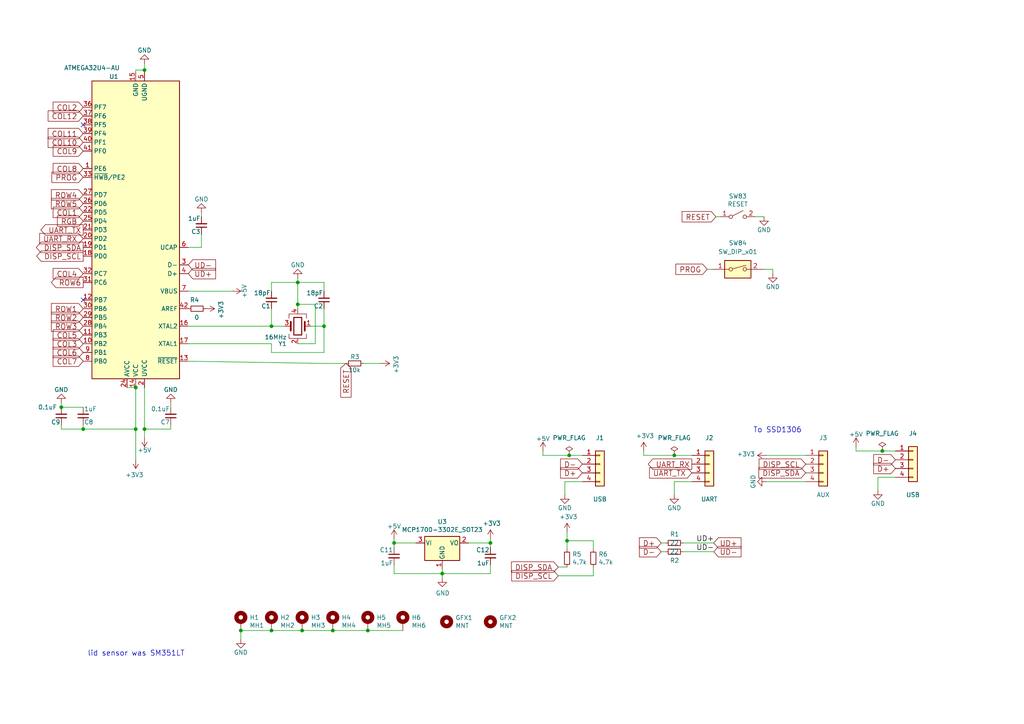
<source format=kicad_sch>
(kicad_sch (version 20211123) (generator eeschema)
  (paper "A4")
  (title_block (title "MNT Reform 2 Keyboard - ergo remix") (date "2022-2-22") (rev "1-ergo") (company "Copyright 2017-2020 MNT Research GmbH and milestogo") (comment 1 "https://mntre.com") (comment 2 "Original Engineer: Lukas F. Hartmann") (comment 3 "License: CERN-OHL-S 2.0") (comment 4 "remix at https://github.com/milestogo/reform"))
  (lib_symbols
    (symbol "Connector_Generic:Conn_01x04" (pin_names (offset 1.016) hide)
      (property "Reference" "J" (at 0 5.08 0))
      (property "Value" "Conn_01x04" (at 0 -7.62 0))
      (symbol "Conn_01x04_1_1"
        (rectangle (start -1.27 -4.953) (end 0 -5.207) (stroke (width 0.1524)))
        (rectangle (start -1.27 -2.413) (end 0 -2.667) (stroke (width 0.1524)))
        (rectangle (start -1.27 0.127) (end 0 -0.127) (stroke (width 0.1524)))
        (rectangle (start -1.27 2.667) (end 0 2.413) (stroke (width 0.1524)))
        (rectangle (start -1.27 3.81) (end 1.27 -6.35) (stroke (width 0.254)) (fill (type background)))
        (pin passive line (at -5.08 2.54 0) (length 3.81) (name "Pin_1") (number "1"))
        (pin passive line (at -5.08 0 0) (length 3.81) (name "Pin_2") (number "2"))
        (pin passive line (at -5.08 -2.54 0) (length 3.81) (name "Pin_3") (number "3"))
        (pin passive line (at -5.08 -5.08 0) (length 3.81) (name "Pin_4") (number "4"))
      )
    )
    (symbol "power:+3V3" (power) (pin_names (offset 0))
      (property "Value" "+3V3" (at 0 3.556 0))
      (symbol "+3V3_0_1"
        (polyline (pts (xy -0.762 1.27) (xy 0 2.54)))
        (polyline (pts (xy 0 0) (xy 0 2.54)))
        (polyline (pts (xy 0 2.54) (xy 0.762 1.27)))
      )
      (symbol "+3V3_1_1"
        (pin power_in line (at 0 0 90) (length 0) hide (name "+3V3") (number "1"))
      )
    )
    (symbol "power:+5V" (power) (pin_names (offset 0))
      (property "Value" "+5V" (at 0 3.556 0))
      (symbol "+5V_0_1"
        (polyline (pts (xy -0.762 1.27) (xy 0 2.54)))
        (polyline (pts (xy 0 0) (xy 0 2.54)))
        (polyline (pts (xy 0 2.54) (xy 0.762 1.27)))
      )
      (symbol "+5V_1_1"
        (pin power_in line (at 0 0 90) (length 0) hide (name "+5V") (number "1"))
      )
    )
    (symbol "power:GND" (power) (pin_names (offset 0))
      (property "Value" "GND" (at 0 -3.81 0))
      (symbol "GND_0_1"
        (polyline (pts (xy 0 0) (xy 0 -1.27) (xy 1.27 -1.27) (xy 0 -2.54) (xy -1.27 -1.27) (xy 0 -1.27)))
      )
      (symbol "GND_1_1"
        (pin power_in line (at 0 0 270) (length 0) hide (name "GND") (number "1"))
      )
    )
    (symbol "power:PWR_FLAG" (power) (pin_numbers hide) (pin_names (offset 0) hide)
      (property "Value" "PWR_FLAG" (at 0 3.81 0))
      (symbol "PWR_FLAG_0_0"
        (pin power_out line (at 0 0 90) (length 0) (name "pwr") (number "1"))
      )
      (symbol "PWR_FLAG_0_1"
        (polyline (pts (xy 0 0) (xy 0 1.27) (xy -1.016 1.905) (xy 0 2.54) (xy 1.016 1.905) (xy 0 1.27)))
      )
    )
    (symbol "reform2-keyboard-rescue:ATmega32U4-AU-MCU_Microchip_ATmega"
      (property "Reference" "U" (at -12.7 44.45 0))
      (property "Value" "ATmega32U4-AU-MCU_Microchip_ATmega" (at 2.54 -44.45 0))
      (symbol "ATmega32U4-AU-MCU_Microchip_ATmega_0_1"
        (rectangle (start -12.7 -43.18) (end 12.7 43.18) (stroke (width 0.254)) (fill (type background)))
      )
      (symbol "ATmega32U4-AU-MCU_Microchip_ATmega_1_1"
        (pin tri_state line (at 15.24 -17.78 180) (length 2.54) (name "PE6") (number "1"))
        (pin tri_state line (at 15.24 33.02 180) (length 2.54) (name "PB2") (number "10"))
        (pin tri_state line (at 15.24 30.48 180) (length 2.54) (name "PB3") (number "11"))
        (pin tri_state line (at 15.24 20.32 180) (length 2.54) (name "PB7") (number "12"))
        (pin input line (at -15.24 38.1 0) (length 2.54) (name "~{RESET}") (number "13"))
        (pin power_in line (at 0 45.72 270) (length 2.54) (name "VCC") (number "14"))
        (pin power_in line (at 0 -45.72 90) (length 2.54) (name "GND") (number "15"))
        (pin output line (at -15.24 27.94 0) (length 2.54) (name "XTAL2") (number "16"))
        (pin input line (at -15.24 33.02 0) (length 2.54) (name "XTAL1") (number "17"))
        (pin tri_state line (at 15.24 7.62 180) (length 2.54) (name "PD0") (number "18"))
        (pin tri_state line (at 15.24 5.08 180) (length 2.54) (name "PD1") (number "19"))
        (pin power_in line (at -2.54 45.72 270) (length 2.54) (name "UVCC") (number "2"))
        (pin tri_state line (at 15.24 2.54 180) (length 2.54) (name "PD2") (number "20"))
        (pin tri_state line (at 15.24 0 180) (length 2.54) (name "PD3") (number "21"))
        (pin tri_state line (at 15.24 -5.08 180) (length 2.54) (name "PD5") (number "22"))
        (pin passive line (at 0 -45.72 90) (length 2.54) hide (name "GND") (number "23"))
        (pin power_in line (at 2.54 45.72 270) (length 2.54) (name "AVCC") (number "24"))
        (pin tri_state line (at 15.24 -2.54 180) (length 2.54) (name "PD4") (number "25"))
        (pin tri_state line (at 15.24 -7.62 180) (length 2.54) (name "PD6") (number "26"))
        (pin tri_state line (at 15.24 -10.16 180) (length 2.54) (name "PD7") (number "27"))
        (pin tri_state line (at 15.24 27.94 180) (length 2.54) (name "PB4") (number "28"))
        (pin tri_state line (at 15.24 25.4 180) (length 2.54) (name "PB5") (number "29"))
        (pin bidirectional line (at -15.24 10.16 0) (length 2.54) (name "D-") (number "3"))
        (pin tri_state line (at 15.24 22.86 180) (length 2.54) (name "PB6") (number "30"))
        (pin tri_state line (at 15.24 15.24 180) (length 2.54) (name "PC6") (number "31"))
        (pin tri_state line (at 15.24 12.7 180) (length 2.54) (name "PC7") (number "32"))
        (pin tri_state line (at 15.24 -15.24 180) (length 2.54) (name "~{HWB}/PE2") (number "33"))
        (pin passive line (at 0 45.72 270) (length 2.54) hide (name "VCC") (number "34"))
        (pin passive line (at 0 -45.72 90) (length 2.54) hide (name "GND") (number "35"))
        (pin tri_state line (at 15.24 -35.56 180) (length 2.54) (name "PF7") (number "36"))
        (pin tri_state line (at 15.24 -33.02 180) (length 2.54) (name "PF6") (number "37"))
        (pin tri_state line (at 15.24 -30.48 180) (length 2.54) (name "PF5") (number "38"))
        (pin tri_state line (at 15.24 -27.94 180) (length 2.54) (name "PF4") (number "39"))
        (pin bidirectional line (at -15.24 12.7 0) (length 2.54) (name "D+") (number "4"))
        (pin tri_state line (at 15.24 -25.4 180) (length 2.54) (name "PF1") (number "40"))
        (pin tri_state line (at 15.24 -22.86 180) (length 2.54) (name "PF0") (number "41"))
        (pin passive line (at -15.24 22.86 0) (length 2.54) (name "AREF") (number "42"))
        (pin passive line (at 0 -45.72 90) (length 2.54) hide (name "GND") (number "43"))
        (pin passive line (at 2.54 45.72 270) (length 2.54) hide (name "AVCC") (number "44"))
        (pin passive line (at -2.54 -45.72 90) (length 2.54) (name "UGND") (number "5"))
        (pin passive line (at -15.24 5.08 0) (length 2.54) (name "UCAP") (number "6"))
        (pin input line (at -15.24 17.78 0) (length 2.54) (name "VBUS") (number "7"))
        (pin tri_state line (at 15.24 38.1 180) (length 2.54) (name "PB0") (number "8"))
        (pin tri_state line (at 15.24 35.56 180) (length 2.54) (name "PB1") (number "9"))
      )
    )
    (symbol "reform2-keyboard-rescue:C_Small-Device" (pin_numbers hide) (pin_names (offset 0.254) hide)
      (property "Reference" "C" (at 0.254 1.778 0))
      (property "Value" "C_Small-Device" (at 0.254 -2.032 0))
      (symbol "C_Small-Device_0_1"
        (polyline (pts (xy -1.524 -0.508) (xy 1.524 -0.508)) (stroke (width 0.3302)))
        (polyline (pts (xy -1.524 0.508) (xy 1.524 0.508)) (stroke (width 0.3048)))
      )
      (symbol "C_Small-Device_1_1"
        (pin passive line (at 0 2.54 270) (length 2.032) (name "~") (number "1"))
        (pin passive line (at 0 -2.54 90) (length 2.032) (name "~") (number "2"))
      )
    )
    (symbol "reform2-keyboard-rescue:Crystal_GND24-Device" (pin_names (offset 1.016) hide)
      (property "Reference" "Y" (at 3.175 5.08 0))
      (property "Value" "Crystal_GND24-Device" (at 3.175 3.175 0))
      (symbol "Crystal_GND24-Device_0_1"
        (rectangle (start -1.143 2.54) (end 1.143 -2.54) (stroke (width 0.3048)))
        (polyline (pts (xy -2.54 0) (xy -2.032 0)))
        (polyline (pts (xy -2.032 -1.27) (xy -2.032 1.27)) (stroke (width 0.508)))
        (polyline (pts (xy 0 -3.81) (xy 0 -3.556)))
        (polyline (pts (xy 0 3.556) (xy 0 3.81)))
        (polyline (pts (xy 2.032 -1.27) (xy 2.032 1.27)) (stroke (width 0.508)))
        (polyline (pts (xy 2.032 0) (xy 2.54 0)))
        (polyline (pts (xy -2.54 -2.286) (xy -2.54 -3.556) (xy 2.54 -3.556) (xy 2.54 -2.286)))
        (polyline (pts (xy -2.54 2.286) (xy -2.54 3.556) (xy 2.54 3.556) (xy 2.54 2.286)))
      )
      (symbol "Crystal_GND24-Device_1_1"
        (pin passive line (at -3.81 0 0) (length 1.27) (name "1") (number "1"))
        (pin passive line (at 0 5.08 270) (length 1.27) (name "2") (number "2"))
        (pin passive line (at 3.81 0 180) (length 1.27) (name "3") (number "3"))
        (pin passive line (at 0 -5.08 90) (length 1.27) (name "4") (number "4"))
      )
    )
    (symbol "reform2-keyboard-rescue:MCP1700-3302E_SOT23-Regulator_Linear" (pin_names (offset 0.254))
      (property "Reference" "U" (at -3.81 3.175 0))
      (property "Value" "MCP1700-3302E_SOT23-Regulator_Linear" (at 0 3.175 0))
      (symbol "MCP1700-3302E_SOT23-Regulator_Linear_0_1"
        (rectangle (start -5.08 1.905) (end 5.08 -5.08) (stroke (width 0.254)) (fill (type background)))
      )
      (symbol "MCP1700-3302E_SOT23-Regulator_Linear_1_1"
        (pin power_in line (at 0 -7.62 90) (length 2.54) (name "GND") (number "1"))
        (pin power_out line (at 7.62 0 180) (length 2.54) (name "VO") (number "2"))
        (pin power_in line (at -7.62 0 0) (length 2.54) (name "VI") (number "3"))
      )
    )
    (symbol "reform2-keyboard-rescue:MountingHole-Mechanical" (pin_names (offset 1.016))
      (property "Reference" "H" (at 0 5.08 0))
      (property "Value" "MountingHole-Mechanical" (at 0 3.175 0))
      (symbol "MountingHole-Mechanical_0_1"
        (circle (center 0 0) (radius 1.27) (stroke (width 1.27)))
      )
    )
    (symbol "reform2-keyboard-rescue:MountingHole_Pad-Mechanical" (pin_numbers hide) (pin_names (offset 1.016) hide)
      (property "Reference" "H" (at 0 6.35 0))
      (property "Value" "MountingHole_Pad-Mechanical" (at 0 4.445 0))
      (symbol "MountingHole_Pad-Mechanical_0_1"
        (circle (center 0 1.27) (radius 1.27) (stroke (width 1.27)))
      )
      (symbol "MountingHole_Pad-Mechanical_1_1"
        (pin input line (at 0 -2.54 90) (length 2.54) (name "1") (number "1"))
      )
    )
    (symbol "reform2-keyboard-rescue:R_Small-Device" (pin_numbers hide) (pin_names (offset 0.254) hide)
      (property "Reference" "R" (at 0.762 0.508 0))
      (property "Value" "R_Small-Device" (at 0.762 -1.016 0))
      (symbol "R_Small-Device_0_1"
        (rectangle (start -0.762 1.778) (end 0.762 -1.778) (stroke (width 0.2032)))
      )
      (symbol "R_Small-Device_1_1"
        (pin passive line (at 0 2.54 270) (length 0.762) (name "~") (number "1"))
        (pin passive line (at 0 -2.54 90) (length 0.762) (name "~") (number "2"))
      )
    )
    (symbol "reform2-keyboard-rescue:SW_DIP_x01-Switch" (pin_names (offset 0) hide)
      (property "Reference" "SW" (at 0 3.81 0))
      (property "Value" "SW_DIP_x01-Switch" (at 0 -3.81 0))
      (symbol "SW_DIP_x01-Switch_0_0"
        (circle (center -2.032 0) (radius 0.508))
        (polyline (pts (xy -1.524 0.127) (xy 2.3622 1.1684)))
        (circle (center 2.032 0) (radius 0.508))
      )
      (symbol "SW_DIP_x01-Switch_0_1"
        (rectangle (start -3.81 2.54) (end 3.81 -2.54) (stroke (width 0.254)) (fill (type background)))
      )
      (symbol "SW_DIP_x01-Switch_1_1"
        (pin passive line (at -7.62 0 0) (length 5.08) (name "~") (number "1"))
        (pin passive line (at 7.62 0 180) (length 5.08) (name "~") (number "2"))
      )
    )
    (symbol "reform2-keyboard-rescue:SW_SPST-Switch" (pin_names (offset 0) hide)
      (property "Reference" "SW" (at 0 3.175 0))
      (property "Value" "SW_SPST-Switch" (at 0 -2.54 0))
      (symbol "SW_SPST-Switch_0_0"
        (circle (center -2.032 0) (radius 0.508))
        (polyline (pts (xy -1.524 0.254) (xy 1.524 1.778)))
        (circle (center 2.032 0) (radius 0.508))
      )
      (symbol "SW_SPST-Switch_1_1"
        (pin passive line (at -5.08 0 0) (length 2.54) (name "A") (number "1"))
        (pin passive line (at 5.08 0 180) (length 2.54) (name "B") (number "2"))
      )
    )
  )
  (junction (at 41.91 20.32))
  (junction (at 69.85 182.88))
  (junction (at 86.36 81.915))
  (junction (at 164.465 156.845))
  (junction (at 87.63 182.88))
  (junction (at 142.24 157.48))
  (junction (at 96.52 182.88))
  (junction (at 255.905 130.81))
  (junction (at 39.37 124.46))
  (junction (at 93.98 94.615))
  (junction (at 128.27 166.37))
  (junction (at 86.36 88.265))
  (junction (at 17.78 118.11))
  (junction (at 195.58 132.08))
  (junction (at 39.37 112.395))
  (junction (at 24.13 124.46))
  (junction (at 106.68 182.88))
  (junction (at 165.1 132.08))
  (junction (at 41.91 124.46))
  (junction (at 114.3 157.48))
  (junction (at 78.74 182.88))
  (junction (at 78.74 94.615))
  (no_connect (at 24.13 36.195))
  (no_connect (at 24.13 86.995))
  (wire (pts (xy 255.905 130.81) (xy 259.715 130.81)))
  (wire (pts (xy 58.42 71.755) (xy 54.61 71.755)))
  (wire (pts (xy 161.925 164.465) (xy 164.465 164.465)))
  (wire (pts (xy 78.74 94.615) (xy 54.61 94.615)))
  (wire (pts (xy 195.58 132.08) (xy 200.66 132.08)))
  (wire (pts (xy 78.74 99.695) (xy 54.61 99.695)))
  (wire (pts (xy 91.44 99.695) (xy 91.44 88.265)))
  (wire (pts (xy 93.98 102.235) (xy 93.98 94.615)))
  (wire (pts (xy 198.12 157.48) (xy 207.01 157.48)))
  (wire (pts (xy 86.36 89.535) (xy 86.36 88.265)))
  (wire (pts (xy 90.17 94.615) (xy 93.98 94.615)))
  (wire (pts (xy 248.285 130.81) (xy 255.905 130.81)))
  (wire (pts (xy 41.91 20.955) (xy 41.91 20.32)))
  (wire (pts (xy 49.53 116.84) (xy 49.53 118.11)))
  (wire (pts (xy 114.3 157.48) (xy 114.3 158.75)))
  (wire (pts (xy 41.91 124.46) (xy 41.91 112.395)))
  (wire (pts (xy 157.48 130.81) (xy 157.48 132.08)))
  (wire (pts (xy 39.37 133.35) (xy 39.37 124.46)))
  (wire (pts (xy 193.04 160.02) (xy 191.77 160.02)))
  (wire (pts (xy 193.04 157.48) (xy 191.77 157.48)))
  (wire (pts (xy 142.24 156.21) (xy 142.24 157.48)))
  (wire (pts (xy 17.78 124.46) (xy 17.78 123.19)))
  (wire (pts (xy 86.36 81.915) (xy 78.74 81.915)))
  (wire (pts (xy 186.69 132.08) (xy 195.58 132.08)))
  (wire (pts (xy 116.84 182.88) (xy 106.68 182.88)))
  (wire (pts (xy 41.91 127) (xy 41.91 124.46)))
  (wire (pts (xy 69.85 182.88) (xy 78.74 182.88)))
  (wire (pts (xy 195.58 139.7) (xy 200.66 139.7)))
  (wire (pts (xy 39.37 20.32) (xy 41.91 20.32)))
  (wire (pts (xy 78.74 99.695) (xy 78.74 102.235)))
  (wire (pts (xy 222.25 132.08) (xy 233.68 132.08)))
  (wire (pts (xy 93.98 81.915) (xy 86.36 81.915)))
  (wire (pts (xy 106.68 182.88) (xy 96.52 182.88)))
  (wire (pts (xy 78.74 102.235) (xy 93.98 102.235)))
  (wire (pts (xy 41.91 124.46) (xy 49.53 124.46)))
  (wire (pts (xy 165.1 132.08) (xy 168.91 132.08)))
  (wire (pts (xy 41.91 20.32) (xy 41.91 18.415)))
  (wire (pts (xy 207.645 62.865) (xy 208.915 62.865)))
  (wire (pts (xy 78.74 182.88) (xy 87.63 182.88)))
  (wire (pts (xy 142.24 157.48) (xy 135.89 157.48)))
  (wire (pts (xy 67.31 84.455) (xy 54.61 84.455)))
  (wire (pts (xy 198.12 160.02) (xy 207.01 160.02)))
  (wire (pts (xy 164.465 156.845) (xy 164.465 159.385)))
  (wire (pts (xy 128.27 166.37) (xy 128.27 167.64)))
  (wire (pts (xy 164.465 156.845) (xy 172.085 156.845)))
  (wire (pts (xy 128.27 166.37) (xy 142.24 166.37)))
  (wire (pts (xy 164.465 154.305) (xy 164.465 156.845)))
  (wire (pts (xy 114.3 157.48) (xy 120.65 157.48)))
  (wire (pts (xy 163.83 143.51) (xy 163.83 139.7)))
  (wire (pts (xy 69.85 185.42) (xy 69.85 182.88)))
  (wire (pts (xy 17.78 118.11) (xy 24.13 118.11)))
  (wire (pts (xy 78.74 81.915) (xy 78.74 84.455)))
  (wire (pts (xy 86.36 81.915) (xy 86.36 80.645)))
  (wire (pts (xy 39.37 112.395) (xy 39.37 124.46)))
  (wire (pts (xy 17.78 116.84) (xy 17.78 118.11)))
  (wire (pts (xy 222.25 139.7) (xy 233.68 139.7)))
  (wire (pts (xy 224.155 79.375) (xy 224.155 78.105)))
  (wire (pts (xy 172.085 164.465) (xy 172.085 167.005)))
  (wire (pts (xy 142.24 166.37) (xy 142.24 163.83)))
  (wire (pts (xy 58.42 71.755) (xy 58.42 67.945)))
  (wire (pts (xy 93.98 81.915) (xy 93.98 84.455)))
  (wire (pts (xy 86.36 88.265) (xy 86.36 81.915)))
  (wire (pts (xy 58.42 61.595) (xy 58.42 62.865)))
  (wire (pts (xy 100.33 105.41) (xy 93.98 105.41)))
  (wire (pts (xy 82.55 94.615) (xy 78.74 94.615)))
  (wire (pts (xy 205.105 78.105) (xy 206.375 78.105)))
  (wire (pts (xy 36.83 112.395) (xy 39.37 112.395)))
  (wire (pts (xy 86.36 99.695) (xy 91.44 99.695)))
  (wire (pts (xy 224.155 78.105) (xy 221.615 78.105)))
  (wire (pts (xy 248.285 129.54) (xy 248.285 130.81)))
  (wire (pts (xy 172.085 167.005) (xy 161.925 167.005)))
  (wire (pts (xy 93.98 94.615) (xy 93.98 89.535)))
  (wire (pts (xy 105.41 105.41) (xy 110.49 105.41)))
  (wire (pts (xy 114.3 156.21) (xy 114.3 157.48)))
  (wire (pts (xy 254.635 142.24) (xy 254.635 138.43)))
  (wire (pts (xy 87.63 182.88) (xy 96.52 182.88)))
  (wire (pts (xy 195.58 143.51) (xy 195.58 139.7)))
  (wire (pts (xy 24.13 124.46) (xy 17.78 124.46)))
  (wire (pts (xy 49.53 123.19) (xy 49.53 124.46)))
  (wire (pts (xy 254.635 138.43) (xy 259.715 138.43)))
  (wire (pts (xy 128.27 165.1) (xy 128.27 166.37)))
  (wire (pts (xy 91.44 88.265) (xy 86.36 88.265)))
  (wire (pts (xy 157.48 132.08) (xy 165.1 132.08)))
  (wire (pts (xy 128.27 166.37) (xy 114.3 166.37)))
  (wire (pts (xy 163.83 139.7) (xy 168.91 139.7)))
  (wire (pts (xy 39.37 124.46) (xy 24.13 124.46)))
  (wire (pts (xy 172.085 156.845) (xy 172.085 159.385)))
  (wire (pts (xy 93.98 105.41) (xy 54.61 104.775)))
  (wire (pts (xy 186.69 130.81) (xy 186.69 132.08)))
  (wire (pts (xy 39.37 20.955) (xy 39.37 20.32)))
  (wire (pts (xy 142.24 158.75) (xy 142.24 157.48)))
  (wire (pts (xy 78.74 94.615) (xy 78.74 89.535)))
  (wire (pts (xy 114.3 166.37) (xy 114.3 163.83)))
  (wire (pts (xy 221.615 62.865) (xy 219.075 62.865)))
  (wire (pts (xy 24.13 123.19) (xy 24.13 124.46)))
  (text "To SSD1306" (at 218.44 125.73 0) (effects (font (size 1.524 1.524)) (justify left bottom)))
  (text "lid sensor was SM351LT" (at 25.4 190.5 0) (effects (font (size 1.524 1.524)) (justify left bottom)))
  (label "UD-" (at 201.93 160.02 0) (effects (font (size 1.524 1.524))))
  (label "UD+" (at 201.93 157.48 0) (effects (font (size 1.524 1.524))))
  (global_label "ROW6" (shape output) (at 24.13 81.915 180) (effects (font (size 1.524 1.524))) (property "Intersheet References" "${INTERSHEET_REFS}" (effects hide)))
  (global_label "ROW2" (shape input) (at 24.13 92.075 180) (effects (font (size 1.524 1.524))) (property "Intersheet References" "${INTERSHEET_REFS}" (effects hide)))
  (global_label "UART_TX" (shape output) (at 24.13 66.675 180) (effects (font (size 1.524 1.524))) (property "Intersheet References" "${INTERSHEET_REFS}" (effects hide)))
  (global_label "COL4" (shape input) (at 24.13 79.375 180) (effects (font (size 1.524 1.524))) (property "Intersheet References" "${INTERSHEET_REFS}" (effects hide)))
  (global_label "ROW1" (shape input) (at 24.13 89.535 180) (effects (font (size 1.524 1.524))) (property "Intersheet References" "${INTERSHEET_REFS}" (effects hide)))
  (global_label "COL11" (shape input) (at 24.13 38.735 180) (effects (font (size 1.524 1.524))) (property "Intersheet References" "${INTERSHEET_REFS}" (effects hide)))
  (global_label "DISP_SCL" (shape input) (at 161.925 167.005 180) (effects (font (size 1.524 1.524))) (property "Intersheet References" "${INTERSHEET_REFS}" (effects hide)))
  (global_label "RGB" (shape input) (at 24.13 64.135 180) (effects (font (size 1.524 1.524))) (property "Intersheet References" "${INTERSHEET_REFS}" (effects hide)))
  (global_label "D+" (shape input) (at 191.77 157.48 180) (effects (font (size 1.524 1.524))) (property "Intersheet References" "${INTERSHEET_REFS}" (effects hide)))
  (global_label "UART_RX" (shape input) (at 24.13 69.215 180) (effects (font (size 1.524 1.524))) (property "Intersheet References" "${INTERSHEET_REFS}" (effects hide)))
  (global_label "RESET" (shape input) (at 207.645 62.865 180) (effects (font (size 1.524 1.524))) (property "Intersheet References" "${INTERSHEET_REFS}" (effects hide)))
  (global_label "DISP_SCL" (shape input) (at 233.68 134.62 180) (effects (font (size 1.524 1.524))) (property "Intersheet References" "${INTERSHEET_REFS}" (effects hide)))
  (global_label "UD-" (shape input) (at 54.61 76.835 0) (effects (font (size 1.524 1.524))) (property "Intersheet References" "${INTERSHEET_REFS}" (effects hide)))
  (global_label "PROG" (shape input) (at 24.13 51.435 180) (effects (font (size 1.524 1.524))) (property "Intersheet References" "${INTERSHEET_REFS}" (effects hide)))
  (global_label "COL2" (shape input) (at 24.13 31.115 180) (effects (font (size 1.524 1.524))) (property "Intersheet References" "${INTERSHEET_REFS}" (effects hide)))
  (global_label "ROW5" (shape input) (at 24.13 59.055 180) (effects (font (size 1.524 1.524))) (property "Intersheet References" "${INTERSHEET_REFS}" (effects hide)))
  (global_label "UART_TX" (shape input) (at 200.66 137.16 180) (effects (font (size 1.524 1.524))) (property "Intersheet References" "${INTERSHEET_REFS}" (effects hide)))
  (global_label "DISP_SDA" (shape output) (at 24.13 71.755 180) (effects (font (size 1.524 1.524))) (property "Intersheet References" "${INTERSHEET_REFS}" (effects hide)))
  (global_label "D-" (shape input) (at 191.77 160.02 180) (effects (font (size 1.524 1.524))) (property "Intersheet References" "${INTERSHEET_REFS}" (effects hide)))
  (global_label "COL7" (shape input) (at 24.13 104.775 180) (effects (font (size 1.524 1.524))) (property "Intersheet References" "${INTERSHEET_REFS}" (effects hide)))
  (global_label "D+" (shape input) (at 168.91 137.16 180) (effects (font (size 1.524 1.524))) (property "Intersheet References" "${INTERSHEET_REFS}" (effects hide)))
  (global_label "D-" (shape input) (at 168.91 134.62 180) (effects (font (size 1.524 1.524))) (property "Intersheet References" "${INTERSHEET_REFS}" (effects hide)))
  (global_label "COL1" (shape input) (at 24.13 61.595 180) (effects (font (size 1.524 1.524))) (property "Intersheet References" "${INTERSHEET_REFS}" (effects hide)))
  (global_label "UD+" (shape input) (at 54.61 79.375 0) (effects (font (size 1.524 1.524))) (property "Intersheet References" "${INTERSHEET_REFS}" (effects hide)))
  (global_label "RESET" (shape input) (at 100.33 105.41 270) (effects (font (size 1.524 1.524))) (property "Intersheet References" "${INTERSHEET_REFS}" (effects hide)))
  (global_label "COL5" (shape input) (at 24.13 97.155 180) (effects (font (size 1.524 1.524))) (property "Intersheet References" "${INTERSHEET_REFS}" (effects hide)))
  (global_label "COL6" (shape input) (at 24.13 102.235 180) (effects (font (size 1.524 1.524))) (property "Intersheet References" "${INTERSHEET_REFS}" (effects hide)))
  (global_label "ROW3" (shape input) (at 24.13 94.615 180) (effects (font (size 1.524 1.524))) (property "Intersheet References" "${INTERSHEET_REFS}" (effects hide)))
  (global_label "UD-" (shape input) (at 207.01 160.02 0) (effects (font (size 1.524 1.524))) (property "Intersheet References" "${INTERSHEET_REFS}" (effects hide)))
  (global_label "COL12" (shape input) (at 24.13 33.655 180) (effects (font (size 1.524 1.524))) (property "Intersheet References" "${INTERSHEET_REFS}" (effects hide)))
  (global_label "DISP_SCL" (shape output) (at 24.13 74.295 180) (effects (font (size 1.524 1.524))) (property "Intersheet References" "${INTERSHEET_REFS}" (effects hide)))
  (global_label "COL3" (shape input) (at 24.13 99.695 180) (effects (font (size 1.524 1.524))) (property "Intersheet References" "${INTERSHEET_REFS}" (effects hide)))
  (global_label "D-" (shape input) (at 259.715 133.35 180) (effects (font (size 1.524 1.524))) (property "Intersheet References" "${INTERSHEET_REFS}" (effects hide)))
  (global_label "UART_RX" (shape output) (at 200.66 134.62 180) (effects (font (size 1.524 1.524))) (property "Intersheet References" "${INTERSHEET_REFS}" (effects hide)))
  (global_label "ROW4" (shape input) (at 24.13 56.515 180) (effects (font (size 1.524 1.524))) (property "Intersheet References" "${INTERSHEET_REFS}" (effects hide)))
  (global_label "PROG" (shape input) (at 205.105 78.105 180) (effects (font (size 1.524 1.524))) (property "Intersheet References" "${INTERSHEET_REFS}" (effects hide)))
  (global_label "DISP_SDA" (shape input) (at 233.68 137.16 180) (effects (font (size 1.524 1.524))) (property "Intersheet References" "${INTERSHEET_REFS}" (effects hide)))
  (global_label "COL8" (shape input) (at 24.13 48.895 180) (effects (font (size 1.524 1.524))) (property "Intersheet References" "${INTERSHEET_REFS}" (effects hide)))
  (global_label "D+" (shape input) (at 259.715 135.89 180) (effects (font (size 1.524 1.524))) (property "Intersheet References" "${INTERSHEET_REFS}" (effects hide)))
  (global_label "COL9" (shape input) (at 24.13 43.815 180) (effects (font (size 1.524 1.524))) (property "Intersheet References" "${INTERSHEET_REFS}" (effects hide)))
  (global_label "COL10" (shape input) (at 24.13 41.275 180) (effects (font (size 1.524 1.524))) (property "Intersheet References" "${INTERSHEET_REFS}" (effects hide)))
  (global_label "UD+" (shape input) (at 207.01 157.48 0) (effects (font (size 1.524 1.524))) (property "Intersheet References" "${INTERSHEET_REFS}" (effects hide)))
  (global_label "DISP_SDA" (shape input) (at 161.925 164.465 180) (effects (font (size 1.524 1.524))) (property "Intersheet References" "${INTERSHEET_REFS}" (effects hide)))
  (symbol (lib_id "Connector_Generic:Conn_01x04") (at 173.99 134.62 0) (unit 1)
    (property "Reference" "J1" (at 173.99 127 0))
    (property "Value" "USB" (at 173.99 144.78 0))
    (property "Footprint" "Connector_JST:JST_PH_S4B-PH-SM4-TB_1x04-1MP_P2.00mm_Horizontal" (effects hide))
    (property "Manufacturer" "JST" (effects hide))
    (property "Manufacturer_No" "S4B-PH-SM4-TB(LF)(SN)" (effects hide))
  )
  (symbol (lib_id "reform2-keyboard-rescue:R_Small-Device") (at 195.58 160.02 270) (unit 1)
    (property "Reference" "R2" (at 194.31 162.56 90) (effects (justify left)))
    (property "Value" "22" (at 194.31 160.02 90) (effects (justify left)))
    (property "Footprint" "Resistor_SMD:R_0603_1608Metric" (effects hide))
    (property "Manufacturer" "Vishay Dale" (effects hide))
    (property "Manufacturer_No" "CRCW06030000Z0EAC" (effects hide))
  )
  (symbol (lib_id "reform2-keyboard-rescue:R_Small-Device") (at 195.58 157.48 270) (unit 1)
    (property "Reference" "R1" (at 194.31 154.94 90) (effects (justify left)))
    (property "Value" "22" (at 194.31 157.48 90) (effects (justify left)))
    (property "Footprint" "Resistor_SMD:R_0603_1608Metric" (effects hide))
    (property "Manufacturer" "Vishay Dale" (effects hide))
    (property "Manufacturer_No" "CRCW06030000Z0EAC" (effects hide))
  )
  (symbol (lib_id "reform2-keyboard-rescue:C_Small-Device") (at 24.13 120.65 0) (mirror x) (unit 1)
    (property "Reference" "C8" (at 24.384 122.428 0) (effects (justify left)))
    (property "Value" "1uF" (at 24.384 118.618 0) (effects (justify left)))
    (property "Footprint" "Capacitor_SMD:C_0603_1608Metric" (effects hide))
    (property "Manufacturer" "TDK" (effects hide))
    (property "Manufacturer_No" "C1608X8L1C105K080AC" (effects hide))
  )
  (symbol (lib_id "reform2-keyboard-rescue:C_Small-Device") (at 49.53 120.65 180) (unit 1)
    (property "Reference" "C7" (at 49.276 122.428 0) (effects (justify left)))
    (property "Value" "0.1uF" (at 49.276 118.618 0) (effects (justify left)))
    (property "Footprint" "Capacitor_SMD:C_0603_1608Metric" (effects hide))
    (property "Manufacturer" "Yageo" (effects hide))
    (property "Manufacturer_No" "CC0603JPX7R9BB104" (effects hide))
  )
  (symbol (lib_id "power:GND") (at 17.78 116.84 0) (mirror x) (unit 1)
    (property "Reference" "#PWR012" (effects hide))
    (property "Value" "GND" (at 17.78 113.03 0))
  )
  (symbol (lib_id "power:GND") (at 49.53 116.84 180) (unit 1)
    (property "Reference" "#PWR08" (effects hide))
    (property "Value" "GND" (at 49.53 113.03 0))
  )
  (symbol (lib_id "power:+5V") (at 41.91 127 180) (unit 1)
    (property "Reference" "#PWR09" (effects hide))
    (property "Value" "+5V" (at 41.91 130.556 0))
  )
  (symbol (lib_id "reform2-keyboard-rescue:SW_SPST-Switch") (at 213.995 62.865 0) (unit 1)
    (property "Reference" "SW83" (at 213.995 56.896 0))
    (property "Value" "RESET" (at 213.995 59.2074 0))
    (property "Footprint" "Button_Switch_SMD:SW_Push_1P1T_NO_CK_KMR2" (effects hide))
    (property "Manufacturer" "C&K" (effects hide))
    (property "Manufacturer_No" "KMR221GLFS" (effects hide))
  )
  (symbol (lib_id "power:GND") (at 221.615 62.865 0) (unit 1)
    (property "Reference" "#PWR01" (effects hide))
    (property "Value" "GND" (at 221.615 66.675 0))
  )
  (symbol (lib_id "Connector_Generic:Conn_01x04") (at 205.74 134.62 0) (unit 1)
    (property "Reference" "J2" (at 205.74 127 0))
    (property "Value" "UART" (at 205.74 144.78 0))
    (property "Footprint" "Connector_JST:JST_PH_S4B-PH-SM4-TB_1x04-1MP_P2.00mm_Horizontal" (effects hide))
    (property "Manufacturer" "JST" (effects hide))
    (property "Manufacturer_No" "S4B-PH-SM4-TB(LF)(SN)" (effects hide))
  )
  (symbol (lib_id "reform2-keyboard-rescue:MountingHole_Pad-Mechanical") (at 69.85 180.34 0) (unit 1)
    (property "Reference" "H1" (at 72.39 179.0954 0) (effects (justify left)))
    (property "Value" "MH1" (at 72.39 181.4068 0) (effects (justify left)))
    (property "Footprint" "MountingHole:MountingHole_2.2mm_M2_Pad" (effects hide))
  )
  (symbol (lib_id "reform2-keyboard-rescue:MountingHole_Pad-Mechanical") (at 78.74 180.34 0) (unit 1)
    (property "Reference" "H2" (at 81.28 179.0954 0) (effects (justify left)))
    (property "Value" "MH2" (at 81.28 181.4068 0) (effects (justify left)))
    (property "Footprint" "MountingHole:MountingHole_2.2mm_M2_Pad" (effects hide))
  )
  (symbol (lib_id "reform2-keyboard-rescue:MountingHole_Pad-Mechanical") (at 87.63 180.34 0) (unit 1)
    (property "Reference" "H3" (at 90.17 179.0954 0) (effects (justify left)))
    (property "Value" "MH3" (at 90.17 181.4068 0) (effects (justify left)))
    (property "Footprint" "MountingHole:MountingHole_2.2mm_M2_Pad" (effects hide))
  )
  (symbol (lib_id "reform2-keyboard-rescue:MountingHole_Pad-Mechanical") (at 96.52 180.34 0) (unit 1)
    (property "Reference" "H4" (at 99.06 179.0954 0) (effects (justify left)))
    (property "Value" "MH4" (at 99.06 181.4068 0) (effects (justify left)))
    (property "Footprint" "MountingHole:MountingHole_2.2mm_M2_Pad" (effects hide))
  )
  (symbol (lib_id "power:GND") (at 69.85 185.42 0) (unit 1)
    (property "Reference" "#PWR04" (effects hide))
    (property "Value" "GND" (at 69.85 189.23 0))
  )
  (symbol (lib_id "reform2-keyboard-rescue:MountingHole-Mechanical") (at 129.54 180.34 0) (unit 1)
    (property "Reference" "GFX1" (at 132.08 179.1716 0) (effects (justify left)))
    (property "Value" "MNT" (at 132.08 181.483 0) (effects (justify left)))
    (property "Footprint" "reform2-keyboard:mnt-remix-reform" (effects hide))
  )
  (symbol (lib_id "reform2-keyboard-rescue:MountingHole-Mechanical") (at 142.24 180.34 0) (unit 1)
    (property "Reference" "GFX2" (at 144.78 179.1716 0) (effects (justify left)))
    (property "Value" "MNT" (at 144.78 181.483 0) (effects (justify left)))
    (property "Footprint" "reform2-keyboard:mnt-remix-reform" (effects hide))
  )
  (symbol (lib_id "Connector_Generic:Conn_01x04") (at 238.76 134.62 0) (unit 1)
    (property "Reference" "J3" (at 238.76 127 0))
    (property "Value" "AUX" (at 238.76 143.51 0))
    (property "Footprint" "Connector_FFC-FPC:Molex_200528-0040_1x04-1MP_P1.00mm_Horizontal" (effects hide))
    (property "Manufacturer" "Molex" (effects hide))
    (property "Manufacturer_No" "200528-0040" (effects hide))
  )
  (symbol (lib_id "power:GND") (at 222.25 139.7 270) (unit 1)
    (property "Reference" "#PWR019" (effects hide))
    (property "Value" "GND" (at 218.44 139.7 0))
  )
  (symbol (lib_id "power:+3V3") (at 39.37 133.35 180) (unit 1)
    (property "Reference" "#PWR011" (effects hide))
    (property "Value" "+3V3" (at 38.989 137.7442 0))
  )
  (symbol (lib_id "reform2-keyboard-rescue:C_Small-Device") (at 17.78 120.65 180) (unit 1)
    (property "Reference" "C9" (at 17.526 122.428 0) (effects (justify left)))
    (property "Value" "0.1uF" (at 16.51 118.11 0) (effects (justify left)))
    (property "Footprint" "Capacitor_SMD:C_0603_1608Metric" (effects hide))
    (property "Manufacturer" "Yageo" (effects hide))
    (property "Manufacturer_No" "CC0603JPX7R9BB104" (effects hide))
  )
  (symbol (lib_id "power:GND") (at 163.83 143.51 0) (unit 1)
    (property "Reference" "#PWR015" (effects hide))
    (property "Value" "GND" (at 163.83 147.32 0))
  )
  (symbol (lib_id "power:+5V") (at 157.48 130.81 0) (unit 1)
    (property "Reference" "#PWR013" (effects hide))
    (property "Value" "+5V" (at 157.48 127.254 0))
  )
  (symbol (lib_id "power:PWR_FLAG") (at 165.1 132.08 0) (unit 1)
    (property "Reference" "#FLG01" (effects hide))
    (property "Value" "PWR_FLAG" (at 165.1 127 0))
  )
  (symbol (lib_id "power:+3V3") (at 186.69 130.81 0) (unit 1)
    (property "Reference" "#PWR016" (effects hide))
    (property "Value" "+3V3" (at 187.071 126.4158 0))
  )
  (symbol (lib_id "power:PWR_FLAG") (at 195.58 132.08 0) (unit 1)
    (property "Reference" "#FLG02" (effects hide))
    (property "Value" "PWR_FLAG" (at 195.58 127 0))
  )
  (symbol (lib_id "power:GND") (at 195.58 143.51 0) (unit 1)
    (property "Reference" "#PWR017" (effects hide))
    (property "Value" "GND" (at 195.58 147.32 0))
  )
  (symbol (lib_id "reform2-keyboard-rescue:MountingHole_Pad-Mechanical") (at 106.68 180.34 0) (unit 1)
    (property "Reference" "H5" (at 109.22 179.0954 0) (effects (justify left)))
    (property "Value" "MH5" (at 109.22 181.4068 0) (effects (justify left)))
    (property "Footprint" "MountingHole:MountingHole_2.2mm_M2_Pad" (effects hide))
  )
  (symbol (lib_id "reform2-keyboard-rescue:MountingHole_Pad-Mechanical") (at 116.84 180.34 0) (unit 1)
    (property "Reference" "H6" (at 119.38 179.0954 0) (effects (justify left)))
    (property "Value" "MH6" (at 119.38 181.4068 0) (effects (justify left)))
    (property "Footprint" "MountingHole:MountingHole_2.2mm_M2_Pad" (effects hide))
  )
  (symbol (lib_id "power:+3V3") (at 222.25 132.08 90) (unit 1)
    (property "Reference" "#PWR018" (effects hide))
    (property "Value" "+3V3" (at 218.9988 131.699 90) (effects (justify left)))
  )
  (symbol (lib_id "reform2-keyboard-rescue:R_Small-Device") (at 164.465 161.925 0) (unit 1)
    (property "Reference" "R5" (at 165.9636 160.7566 0) (effects (justify left)))
    (property "Value" "4.7k" (at 165.9636 163.068 0) (effects (justify left)))
    (property "Footprint" "Resistor_SMD:R_0603_1608Metric" (effects hide))
    (property "Manufacturer" "Yageo" (effects hide))
    (property "Manufacturer_No" "RC0603FR-074K7L" (effects hide))
  )
  (symbol (lib_id "reform2-keyboard-rescue:R_Small-Device") (at 172.085 161.925 0) (unit 1)
    (property "Reference" "R6" (at 173.5836 160.7566 0) (effects (justify left)))
    (property "Value" "4.7k" (at 173.5836 163.068 0) (effects (justify left)))
    (property "Footprint" "Resistor_SMD:R_0603_1608Metric" (effects hide))
    (property "Manufacturer" "Yageo" (effects hide))
    (property "Manufacturer_No" "RC0603FR-074K7L" (effects hide))
  )
  (symbol (lib_id "power:+3V3") (at 164.465 154.305 0) (unit 1)
    (property "Reference" "#PWR014" (effects hide))
    (property "Value" "+3V3" (at 164.846 149.9108 0))
  )
  (symbol (lib_id "reform2-keyboard-rescue:MCP1700-3302E_SOT23-Regulator_Linear") (at 128.27 157.48 0) (unit 1)
    (property "Reference" "U3" (at 128.27 151.3332 0))
    (property "Value" "MCP1700-3302E_SOT23" (at 128.27 153.6446 0))
    (property "Footprint" "Package_TO_SOT_SMD:SOT-23" (effects hide))
    (property "Datasheet" "http://ww1.microchip.com/downloads/en/DeviceDoc/20001826D.pdf" (effects hide))
    (property "Manufacturer" "Microchip" (effects hide))
    (property "Manufacturer_No" "MCP1700T-3302E/TT" (effects hide))
    (property "Flags" "DNP" (effects hide))
  )
  (symbol (lib_id "power:+5V") (at 114.3 156.21 0) (unit 1)
    (property "Reference" "#PWR0102" (effects hide))
    (property "Value" "+5V" (at 114.3 152.654 0))
  )
  (symbol (lib_id "power:GND") (at 128.27 167.64 0) (unit 1)
    (property "Reference" "#PWR0103" (effects hide))
    (property "Value" "GND" (at 128.397 172.0342 0))
  )
  (symbol (lib_id "power:+3V3") (at 142.24 156.21 0) (unit 1)
    (property "Reference" "#PWR0104" (effects hide))
    (property "Value" "+3V3" (at 142.621 151.8158 0))
  )
  (symbol (lib_id "reform2-keyboard-rescue:C_Small-Device") (at 114.3 161.29 0) (mirror y) (unit 1)
    (property "Reference" "C11" (at 114.046 159.512 0) (effects (justify left)))
    (property "Value" "1uF" (at 114.046 163.322 0) (effects (justify left)))
    (property "Footprint" "Capacitor_SMD:C_0603_1608Metric" (effects hide))
    (property "Manufacturer" "TDK" (effects hide))
    (property "Manufacturer_No" "C1608X8L1C105K080AC" (effects hide))
    (property "Flags" "DNP" (effects hide))
  )
  (symbol (lib_id "reform2-keyboard-rescue:C_Small-Device") (at 142.24 161.29 0) (mirror y) (unit 1)
    (property "Reference" "C12" (at 141.986 159.512 0) (effects (justify left)))
    (property "Value" "1uF" (at 141.986 163.322 0) (effects (justify left)))
    (property "Footprint" "Capacitor_SMD:C_0603_1608Metric" (effects hide))
    (property "Manufacturer" "TDK" (effects hide))
    (property "Manufacturer_No" "C1608X8L1C105K080AC" (effects hide))
    (property "Flags" "DNP" (effects hide))
  )
  (symbol (lib_id "reform2-keyboard-rescue:Crystal_GND24-Device") (at 86.36 94.615 180) (unit 1)
    (property "Reference" "Y1" (at 83.185 99.695 0) (effects (justify left)))
    (property "Value" "16MHz" (at 83.185 97.79 0) (effects (justify left)))
    (property "Footprint" "Crystal:Crystal_SMD_3225-4Pin_3.2x2.5mm" (effects hide))
    (property "Manufacturer" "Abracon" (effects hide))
    (property "Manufacturer_No" "ABM8AIG-16.000MHz-4-T" (effects hide))
  )
  (symbol (lib_id "power:GND") (at 41.91 18.415 180) (unit 1)
    (property "Reference" "#PWR0119" (effects hide))
    (property "Value" "GND" (at 41.91 14.605 0))
  )
  (symbol (lib_id "power:GND") (at 224.155 79.375 0) (unit 1)
    (property "Reference" "#PWR0126" (effects hide))
    (property "Value" "GND" (at 224.155 83.185 0))
  )
  (symbol (lib_id "power:PWR_FLAG") (at 255.905 130.81 0) (unit 1)
    (property "Reference" "#FLG0101" (effects hide))
    (property "Value" "PWR_FLAG" (at 255.905 125.73 0))
  )
  (symbol (lib_id "Connector_Generic:Conn_01x04") (at 264.795 133.35 0) (unit 1)
    (property "Reference" "J4" (at 264.795 125.73 0))
    (property "Value" "USB" (at 264.795 143.51 0))
    (property "Footprint" "Connector_PinHeader_2.54mm:PinHeader_1x04_P2.54mm_Horizontal" (effects hide))
    (property "Manufacturer" "JST" (effects hide))
    (property "Manufacturer_No" "S4B-PH-SM4-TB(LF)(SN)" (effects hide))
  )
  (symbol (lib_id "reform2-keyboard-rescue:C_Small-Device") (at 78.74 86.995 180) (unit 1)
    (property "Reference" "C1" (at 78.486 88.773 0) (effects (justify left)))
    (property "Value" "18pF" (at 78.486 84.963 0) (effects (justify left)))
    (property "Footprint" "Capacitor_SMD:C_0603_1608Metric" (effects hide))
    (property "Manufacturer" "Yageo" (effects hide))
    (property "Manufacturer_No" "CC0603JRNPO9BN180" (effects hide))
  )
  (symbol (lib_id "reform2-keyboard-rescue:R_Small-Device") (at 102.87 105.41 270) (unit 1)
    (property "Reference" "R3" (at 101.6 103.505 90) (effects (justify left)))
    (property "Value" "10k" (at 100.965 107.315 90) (effects (justify left)))
    (property "Footprint" "Resistor_SMD:R_0603_1608Metric" (effects hide))
    (property "Manufacturer" "Yageo" (effects hide))
    (property "Manufacturer_No" "RC0603FR-0710KL" (effects hide))
  )
  (symbol (lib_id "power:+5V") (at 67.31 84.455 270) (unit 1)
    (property "Reference" "#PWR0120" (effects hide))
    (property "Value" "+5V" (at 70.866 84.455 0))
  )
  (symbol (lib_id "reform2-keyboard-rescue:C_Small-Device") (at 58.42 65.405 180) (unit 1)
    (property "Reference" "C3" (at 58.166 67.183 0) (effects (justify left)))
    (property "Value" "1uF" (at 58.166 63.373 0) (effects (justify left)))
    (property "Footprint" "Capacitor_SMD:C_0603_1608Metric" (effects hide))
    (property "Manufacturer" "TDK" (effects hide))
    (property "Manufacturer_No" "C1608X8L1C105K080AC" (effects hide))
  )
  (symbol (lib_id "reform2-keyboard-rescue:R_Small-Device") (at 57.15 89.535 90) (unit 1)
    (property "Reference" "R4" (at 57.785 86.995 90) (effects (justify left)))
    (property "Value" "0" (at 57.785 92.075 90) (effects (justify left)))
    (property "Footprint" "Resistor_SMD:R_0603_1608Metric" (effects hide))
    (property "Manufacturer" "Vishay Dale" (effects hide))
    (property "Manufacturer_No" "CRCW06030000Z0EAC" (effects hide))
  )
  (symbol (lib_id "reform2-keyboard-rescue:ATmega32U4-AU-MCU_Microchip_ATmega") (at 39.37 66.675 180) (unit 1)
    (property "Reference" "U1" (at 33.02 22.225 0))
    (property "Value" "ATMEGA32U4-AU" (at 26.67 19.685 0))
    (property "Footprint" "Package_QFP:TQFP-44_10x10mm_P0.8mm" (effects hide))
    (property "Manufacturer" "Microchip" (effects hide))
    (property "Manufacturer_No" "ATMEGA32U4-AU" (effects hide))
  )
  (symbol (lib_id "reform2-keyboard-rescue:C_Small-Device") (at 93.98 86.995 180) (unit 1)
    (property "Reference" "C2" (at 93.726 88.773 0) (effects (justify left)))
    (property "Value" "18pF" (at 93.726 84.963 0) (effects (justify left)))
    (property "Footprint" "Capacitor_SMD:C_0603_1608Metric" (effects hide))
    (property "Manufacturer" "Yageo" (effects hide))
    (property "Manufacturer_No" "CC0603JRNPO9BN180" (effects hide))
  )
  (symbol (lib_id "power:+5V") (at 248.285 129.54 0) (unit 1)
    (property "Reference" "#PWR0101" (effects hide))
    (property "Value" "+5V" (at 248.285 125.984 0))
  )
  (symbol (lib_id "reform2-keyboard-rescue:SW_DIP_x01-Switch") (at 213.995 78.105 0) (unit 1)
    (property "Reference" "SW84" (at 213.995 70.485 0))
    (property "Value" "SW_DIP_x01" (at 213.995 73.025 0))
    (property "Footprint" "Button_Switch_SMD:SW_DIP_SPSTx01_Slide_Omron_A6S-110x_W8.9mm_P2.54mm" (effects hide))
    (property "Manufacturer" "Apem" (effects hide))
    (property "Manufacturer_No" "DM01" (effects hide))
  )
  (symbol (lib_id "power:GND") (at 86.36 80.645 180) (unit 1)
    (property "Reference" "#PWR0117" (effects hide))
    (property "Value" "GND" (at 86.36 76.835 0))
  )
  (symbol (lib_id "power:GND") (at 254.635 142.24 0) (unit 1)
    (property "Reference" "#PWR0105" (effects hide))
    (property "Value" "GND" (at 254.635 146.05 0))
  )
  (symbol (lib_id "power:+3V3") (at 110.49 105.41 270) (unit 1)
    (property "Reference" "#PWR0132" (effects hide))
    (property "Value" "+3V3" (at 114.8842 105.791 0))
  )
  (symbol (lib_id "power:+3V3") (at 59.69 89.535 270) (unit 1)
    (property "Reference" "#PWR0133" (effects hide))
    (property "Value" "+3V3" (at 64.0842 89.916 0))
  )
  (symbol (lib_id "power:GND") (at 58.42 61.595 180) (unit 1)
    (property "Reference" "#PWR0121" (effects hide))
    (property "Value" "GND" (at 58.42 57.785 0))
  )
)
</source>
